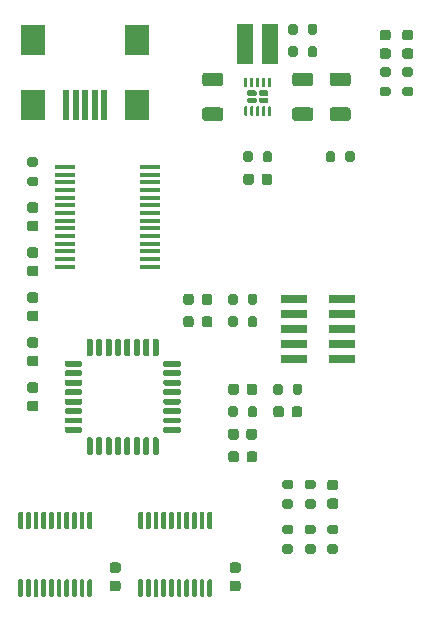
<source format=gbr>
%TF.GenerationSoftware,KiCad,Pcbnew,(5.1.9)-1*%
%TF.CreationDate,2021-05-31T10:48:54+02:00*%
%TF.ProjectId,Programmer,50726f67-7261-46d6-9d65-722e6b696361,v1.0*%
%TF.SameCoordinates,Original*%
%TF.FileFunction,Paste,Top*%
%TF.FilePolarity,Positive*%
%FSLAX46Y46*%
G04 Gerber Fmt 4.6, Leading zero omitted, Abs format (unit mm)*
G04 Created by KiCad (PCBNEW (5.1.9)-1) date 2021-05-31 10:48:54*
%MOMM*%
%LPD*%
G01*
G04 APERTURE LIST*
%ADD10R,2.300000X0.740000*%
%ADD11R,1.350000X3.400000*%
%ADD12R,1.750000X0.450000*%
%ADD13R,2.000000X2.500000*%
%ADD14R,0.500000X2.500000*%
G04 APERTURE END LIST*
%TO.C,C18*%
G36*
G01*
X158765001Y-74030000D02*
X157464999Y-74030000D01*
G75*
G02*
X157215000Y-73780001I0J249999D01*
G01*
X157215000Y-73129999D01*
G75*
G02*
X157464999Y-72880000I249999J0D01*
G01*
X158765001Y-72880000D01*
G75*
G02*
X159015000Y-73129999I0J-249999D01*
G01*
X159015000Y-73780001D01*
G75*
G02*
X158765001Y-74030000I-249999J0D01*
G01*
G37*
G36*
G01*
X158765001Y-76980000D02*
X157464999Y-76980000D01*
G75*
G02*
X157215000Y-76730001I0J249999D01*
G01*
X157215000Y-76079999D01*
G75*
G02*
X157464999Y-75830000I249999J0D01*
G01*
X158765001Y-75830000D01*
G75*
G02*
X159015000Y-76079999I0J-249999D01*
G01*
X159015000Y-76730001D01*
G75*
G02*
X158765001Y-76980000I-249999J0D01*
G01*
G37*
%TD*%
%TO.C,C17*%
G36*
G01*
X155590001Y-74030000D02*
X154289999Y-74030000D01*
G75*
G02*
X154040000Y-73780001I0J249999D01*
G01*
X154040000Y-73129999D01*
G75*
G02*
X154289999Y-72880000I249999J0D01*
G01*
X155590001Y-72880000D01*
G75*
G02*
X155840000Y-73129999I0J-249999D01*
G01*
X155840000Y-73780001D01*
G75*
G02*
X155590001Y-74030000I-249999J0D01*
G01*
G37*
G36*
G01*
X155590001Y-76980000D02*
X154289999Y-76980000D01*
G75*
G02*
X154040000Y-76730001I0J249999D01*
G01*
X154040000Y-76079999D01*
G75*
G02*
X154289999Y-75830000I249999J0D01*
G01*
X155590001Y-75830000D01*
G75*
G02*
X155840000Y-76079999I0J-249999D01*
G01*
X155840000Y-76730001D01*
G75*
G02*
X155590001Y-76980000I-249999J0D01*
G01*
G37*
%TD*%
%TO.C,C15*%
G36*
G01*
X147970001Y-74030000D02*
X146669999Y-74030000D01*
G75*
G02*
X146420000Y-73780001I0J249999D01*
G01*
X146420000Y-73129999D01*
G75*
G02*
X146669999Y-72880000I249999J0D01*
G01*
X147970001Y-72880000D01*
G75*
G02*
X148220000Y-73129999I0J-249999D01*
G01*
X148220000Y-73780001D01*
G75*
G02*
X147970001Y-74030000I-249999J0D01*
G01*
G37*
G36*
G01*
X147970001Y-76980000D02*
X146669999Y-76980000D01*
G75*
G02*
X146420000Y-76730001I0J249999D01*
G01*
X146420000Y-76079999D01*
G75*
G02*
X146669999Y-75830000I249999J0D01*
G01*
X147970001Y-75830000D01*
G75*
G02*
X148220000Y-76079999I0J-249999D01*
G01*
X148220000Y-76730001D01*
G75*
G02*
X147970001Y-76980000I-249999J0D01*
G01*
G37*
%TD*%
%TO.C,R1*%
G36*
G01*
X153245000Y-99420000D02*
X153245000Y-99970000D01*
G75*
G02*
X153045000Y-100170000I-200000J0D01*
G01*
X152645000Y-100170000D01*
G75*
G02*
X152445000Y-99970000I0J200000D01*
G01*
X152445000Y-99420000D01*
G75*
G02*
X152645000Y-99220000I200000J0D01*
G01*
X153045000Y-99220000D01*
G75*
G02*
X153245000Y-99420000I0J-200000D01*
G01*
G37*
G36*
G01*
X154895000Y-99420000D02*
X154895000Y-99970000D01*
G75*
G02*
X154695000Y-100170000I-200000J0D01*
G01*
X154295000Y-100170000D01*
G75*
G02*
X154095000Y-99970000I0J200000D01*
G01*
X154095000Y-99420000D01*
G75*
G02*
X154295000Y-99220000I200000J0D01*
G01*
X154695000Y-99220000D01*
G75*
G02*
X154895000Y-99420000I0J-200000D01*
G01*
G37*
%TD*%
%TO.C,C10*%
G36*
G01*
X150185000Y-99945000D02*
X150185000Y-99445000D01*
G75*
G02*
X150410000Y-99220000I225000J0D01*
G01*
X150860000Y-99220000D01*
G75*
G02*
X151085000Y-99445000I0J-225000D01*
G01*
X151085000Y-99945000D01*
G75*
G02*
X150860000Y-100170000I-225000J0D01*
G01*
X150410000Y-100170000D01*
G75*
G02*
X150185000Y-99945000I0J225000D01*
G01*
G37*
G36*
G01*
X148635000Y-99945000D02*
X148635000Y-99445000D01*
G75*
G02*
X148860000Y-99220000I225000J0D01*
G01*
X149310000Y-99220000D01*
G75*
G02*
X149535000Y-99445000I0J-225000D01*
G01*
X149535000Y-99945000D01*
G75*
G02*
X149310000Y-100170000I-225000J0D01*
G01*
X148860000Y-100170000D01*
G75*
G02*
X148635000Y-99945000I0J225000D01*
G01*
G37*
%TD*%
%TO.C,U2*%
G36*
G01*
X142750000Y-103880000D02*
X142750000Y-105130000D01*
G75*
G02*
X142625000Y-105255000I-125000J0D01*
G01*
X142375000Y-105255000D01*
G75*
G02*
X142250000Y-105130000I0J125000D01*
G01*
X142250000Y-103880000D01*
G75*
G02*
X142375000Y-103755000I125000J0D01*
G01*
X142625000Y-103755000D01*
G75*
G02*
X142750000Y-103880000I0J-125000D01*
G01*
G37*
G36*
G01*
X141950000Y-103880000D02*
X141950000Y-105130000D01*
G75*
G02*
X141825000Y-105255000I-125000J0D01*
G01*
X141575000Y-105255000D01*
G75*
G02*
X141450000Y-105130000I0J125000D01*
G01*
X141450000Y-103880000D01*
G75*
G02*
X141575000Y-103755000I125000J0D01*
G01*
X141825000Y-103755000D01*
G75*
G02*
X141950000Y-103880000I0J-125000D01*
G01*
G37*
G36*
G01*
X141150000Y-103880000D02*
X141150000Y-105130000D01*
G75*
G02*
X141025000Y-105255000I-125000J0D01*
G01*
X140775000Y-105255000D01*
G75*
G02*
X140650000Y-105130000I0J125000D01*
G01*
X140650000Y-103880000D01*
G75*
G02*
X140775000Y-103755000I125000J0D01*
G01*
X141025000Y-103755000D01*
G75*
G02*
X141150000Y-103880000I0J-125000D01*
G01*
G37*
G36*
G01*
X140350000Y-103880000D02*
X140350000Y-105130000D01*
G75*
G02*
X140225000Y-105255000I-125000J0D01*
G01*
X139975000Y-105255000D01*
G75*
G02*
X139850000Y-105130000I0J125000D01*
G01*
X139850000Y-103880000D01*
G75*
G02*
X139975000Y-103755000I125000J0D01*
G01*
X140225000Y-103755000D01*
G75*
G02*
X140350000Y-103880000I0J-125000D01*
G01*
G37*
G36*
G01*
X139550000Y-103880000D02*
X139550000Y-105130000D01*
G75*
G02*
X139425000Y-105255000I-125000J0D01*
G01*
X139175000Y-105255000D01*
G75*
G02*
X139050000Y-105130000I0J125000D01*
G01*
X139050000Y-103880000D01*
G75*
G02*
X139175000Y-103755000I125000J0D01*
G01*
X139425000Y-103755000D01*
G75*
G02*
X139550000Y-103880000I0J-125000D01*
G01*
G37*
G36*
G01*
X138750000Y-103880000D02*
X138750000Y-105130000D01*
G75*
G02*
X138625000Y-105255000I-125000J0D01*
G01*
X138375000Y-105255000D01*
G75*
G02*
X138250000Y-105130000I0J125000D01*
G01*
X138250000Y-103880000D01*
G75*
G02*
X138375000Y-103755000I125000J0D01*
G01*
X138625000Y-103755000D01*
G75*
G02*
X138750000Y-103880000I0J-125000D01*
G01*
G37*
G36*
G01*
X137950000Y-103880000D02*
X137950000Y-105130000D01*
G75*
G02*
X137825000Y-105255000I-125000J0D01*
G01*
X137575000Y-105255000D01*
G75*
G02*
X137450000Y-105130000I0J125000D01*
G01*
X137450000Y-103880000D01*
G75*
G02*
X137575000Y-103755000I125000J0D01*
G01*
X137825000Y-103755000D01*
G75*
G02*
X137950000Y-103880000I0J-125000D01*
G01*
G37*
G36*
G01*
X137150000Y-103880000D02*
X137150000Y-105130000D01*
G75*
G02*
X137025000Y-105255000I-125000J0D01*
G01*
X136775000Y-105255000D01*
G75*
G02*
X136650000Y-105130000I0J125000D01*
G01*
X136650000Y-103880000D01*
G75*
G02*
X136775000Y-103755000I125000J0D01*
G01*
X137025000Y-103755000D01*
G75*
G02*
X137150000Y-103880000I0J-125000D01*
G01*
G37*
G36*
G01*
X136275000Y-103005000D02*
X136275000Y-103255000D01*
G75*
G02*
X136150000Y-103380000I-125000J0D01*
G01*
X134900000Y-103380000D01*
G75*
G02*
X134775000Y-103255000I0J125000D01*
G01*
X134775000Y-103005000D01*
G75*
G02*
X134900000Y-102880000I125000J0D01*
G01*
X136150000Y-102880000D01*
G75*
G02*
X136275000Y-103005000I0J-125000D01*
G01*
G37*
G36*
G01*
X136275000Y-102205000D02*
X136275000Y-102455000D01*
G75*
G02*
X136150000Y-102580000I-125000J0D01*
G01*
X134900000Y-102580000D01*
G75*
G02*
X134775000Y-102455000I0J125000D01*
G01*
X134775000Y-102205000D01*
G75*
G02*
X134900000Y-102080000I125000J0D01*
G01*
X136150000Y-102080000D01*
G75*
G02*
X136275000Y-102205000I0J-125000D01*
G01*
G37*
G36*
G01*
X136275000Y-101405000D02*
X136275000Y-101655000D01*
G75*
G02*
X136150000Y-101780000I-125000J0D01*
G01*
X134900000Y-101780000D01*
G75*
G02*
X134775000Y-101655000I0J125000D01*
G01*
X134775000Y-101405000D01*
G75*
G02*
X134900000Y-101280000I125000J0D01*
G01*
X136150000Y-101280000D01*
G75*
G02*
X136275000Y-101405000I0J-125000D01*
G01*
G37*
G36*
G01*
X136275000Y-100605000D02*
X136275000Y-100855000D01*
G75*
G02*
X136150000Y-100980000I-125000J0D01*
G01*
X134900000Y-100980000D01*
G75*
G02*
X134775000Y-100855000I0J125000D01*
G01*
X134775000Y-100605000D01*
G75*
G02*
X134900000Y-100480000I125000J0D01*
G01*
X136150000Y-100480000D01*
G75*
G02*
X136275000Y-100605000I0J-125000D01*
G01*
G37*
G36*
G01*
X136275000Y-99805000D02*
X136275000Y-100055000D01*
G75*
G02*
X136150000Y-100180000I-125000J0D01*
G01*
X134900000Y-100180000D01*
G75*
G02*
X134775000Y-100055000I0J125000D01*
G01*
X134775000Y-99805000D01*
G75*
G02*
X134900000Y-99680000I125000J0D01*
G01*
X136150000Y-99680000D01*
G75*
G02*
X136275000Y-99805000I0J-125000D01*
G01*
G37*
G36*
G01*
X136275000Y-99005000D02*
X136275000Y-99255000D01*
G75*
G02*
X136150000Y-99380000I-125000J0D01*
G01*
X134900000Y-99380000D01*
G75*
G02*
X134775000Y-99255000I0J125000D01*
G01*
X134775000Y-99005000D01*
G75*
G02*
X134900000Y-98880000I125000J0D01*
G01*
X136150000Y-98880000D01*
G75*
G02*
X136275000Y-99005000I0J-125000D01*
G01*
G37*
G36*
G01*
X136275000Y-98205000D02*
X136275000Y-98455000D01*
G75*
G02*
X136150000Y-98580000I-125000J0D01*
G01*
X134900000Y-98580000D01*
G75*
G02*
X134775000Y-98455000I0J125000D01*
G01*
X134775000Y-98205000D01*
G75*
G02*
X134900000Y-98080000I125000J0D01*
G01*
X136150000Y-98080000D01*
G75*
G02*
X136275000Y-98205000I0J-125000D01*
G01*
G37*
G36*
G01*
X136275000Y-97405000D02*
X136275000Y-97655000D01*
G75*
G02*
X136150000Y-97780000I-125000J0D01*
G01*
X134900000Y-97780000D01*
G75*
G02*
X134775000Y-97655000I0J125000D01*
G01*
X134775000Y-97405000D01*
G75*
G02*
X134900000Y-97280000I125000J0D01*
G01*
X136150000Y-97280000D01*
G75*
G02*
X136275000Y-97405000I0J-125000D01*
G01*
G37*
G36*
G01*
X137150000Y-95530000D02*
X137150000Y-96780000D01*
G75*
G02*
X137025000Y-96905000I-125000J0D01*
G01*
X136775000Y-96905000D01*
G75*
G02*
X136650000Y-96780000I0J125000D01*
G01*
X136650000Y-95530000D01*
G75*
G02*
X136775000Y-95405000I125000J0D01*
G01*
X137025000Y-95405000D01*
G75*
G02*
X137150000Y-95530000I0J-125000D01*
G01*
G37*
G36*
G01*
X137950000Y-95530000D02*
X137950000Y-96780000D01*
G75*
G02*
X137825000Y-96905000I-125000J0D01*
G01*
X137575000Y-96905000D01*
G75*
G02*
X137450000Y-96780000I0J125000D01*
G01*
X137450000Y-95530000D01*
G75*
G02*
X137575000Y-95405000I125000J0D01*
G01*
X137825000Y-95405000D01*
G75*
G02*
X137950000Y-95530000I0J-125000D01*
G01*
G37*
G36*
G01*
X138750000Y-95530000D02*
X138750000Y-96780000D01*
G75*
G02*
X138625000Y-96905000I-125000J0D01*
G01*
X138375000Y-96905000D01*
G75*
G02*
X138250000Y-96780000I0J125000D01*
G01*
X138250000Y-95530000D01*
G75*
G02*
X138375000Y-95405000I125000J0D01*
G01*
X138625000Y-95405000D01*
G75*
G02*
X138750000Y-95530000I0J-125000D01*
G01*
G37*
G36*
G01*
X139550000Y-95530000D02*
X139550000Y-96780000D01*
G75*
G02*
X139425000Y-96905000I-125000J0D01*
G01*
X139175000Y-96905000D01*
G75*
G02*
X139050000Y-96780000I0J125000D01*
G01*
X139050000Y-95530000D01*
G75*
G02*
X139175000Y-95405000I125000J0D01*
G01*
X139425000Y-95405000D01*
G75*
G02*
X139550000Y-95530000I0J-125000D01*
G01*
G37*
G36*
G01*
X140350000Y-95530000D02*
X140350000Y-96780000D01*
G75*
G02*
X140225000Y-96905000I-125000J0D01*
G01*
X139975000Y-96905000D01*
G75*
G02*
X139850000Y-96780000I0J125000D01*
G01*
X139850000Y-95530000D01*
G75*
G02*
X139975000Y-95405000I125000J0D01*
G01*
X140225000Y-95405000D01*
G75*
G02*
X140350000Y-95530000I0J-125000D01*
G01*
G37*
G36*
G01*
X141150000Y-95530000D02*
X141150000Y-96780000D01*
G75*
G02*
X141025000Y-96905000I-125000J0D01*
G01*
X140775000Y-96905000D01*
G75*
G02*
X140650000Y-96780000I0J125000D01*
G01*
X140650000Y-95530000D01*
G75*
G02*
X140775000Y-95405000I125000J0D01*
G01*
X141025000Y-95405000D01*
G75*
G02*
X141150000Y-95530000I0J-125000D01*
G01*
G37*
G36*
G01*
X141950000Y-95530000D02*
X141950000Y-96780000D01*
G75*
G02*
X141825000Y-96905000I-125000J0D01*
G01*
X141575000Y-96905000D01*
G75*
G02*
X141450000Y-96780000I0J125000D01*
G01*
X141450000Y-95530000D01*
G75*
G02*
X141575000Y-95405000I125000J0D01*
G01*
X141825000Y-95405000D01*
G75*
G02*
X141950000Y-95530000I0J-125000D01*
G01*
G37*
G36*
G01*
X142750000Y-95530000D02*
X142750000Y-96780000D01*
G75*
G02*
X142625000Y-96905000I-125000J0D01*
G01*
X142375000Y-96905000D01*
G75*
G02*
X142250000Y-96780000I0J125000D01*
G01*
X142250000Y-95530000D01*
G75*
G02*
X142375000Y-95405000I125000J0D01*
G01*
X142625000Y-95405000D01*
G75*
G02*
X142750000Y-95530000I0J-125000D01*
G01*
G37*
G36*
G01*
X144625000Y-97405000D02*
X144625000Y-97655000D01*
G75*
G02*
X144500000Y-97780000I-125000J0D01*
G01*
X143250000Y-97780000D01*
G75*
G02*
X143125000Y-97655000I0J125000D01*
G01*
X143125000Y-97405000D01*
G75*
G02*
X143250000Y-97280000I125000J0D01*
G01*
X144500000Y-97280000D01*
G75*
G02*
X144625000Y-97405000I0J-125000D01*
G01*
G37*
G36*
G01*
X144625000Y-98205000D02*
X144625000Y-98455000D01*
G75*
G02*
X144500000Y-98580000I-125000J0D01*
G01*
X143250000Y-98580000D01*
G75*
G02*
X143125000Y-98455000I0J125000D01*
G01*
X143125000Y-98205000D01*
G75*
G02*
X143250000Y-98080000I125000J0D01*
G01*
X144500000Y-98080000D01*
G75*
G02*
X144625000Y-98205000I0J-125000D01*
G01*
G37*
G36*
G01*
X144625000Y-99005000D02*
X144625000Y-99255000D01*
G75*
G02*
X144500000Y-99380000I-125000J0D01*
G01*
X143250000Y-99380000D01*
G75*
G02*
X143125000Y-99255000I0J125000D01*
G01*
X143125000Y-99005000D01*
G75*
G02*
X143250000Y-98880000I125000J0D01*
G01*
X144500000Y-98880000D01*
G75*
G02*
X144625000Y-99005000I0J-125000D01*
G01*
G37*
G36*
G01*
X144625000Y-99805000D02*
X144625000Y-100055000D01*
G75*
G02*
X144500000Y-100180000I-125000J0D01*
G01*
X143250000Y-100180000D01*
G75*
G02*
X143125000Y-100055000I0J125000D01*
G01*
X143125000Y-99805000D01*
G75*
G02*
X143250000Y-99680000I125000J0D01*
G01*
X144500000Y-99680000D01*
G75*
G02*
X144625000Y-99805000I0J-125000D01*
G01*
G37*
G36*
G01*
X144625000Y-100605000D02*
X144625000Y-100855000D01*
G75*
G02*
X144500000Y-100980000I-125000J0D01*
G01*
X143250000Y-100980000D01*
G75*
G02*
X143125000Y-100855000I0J125000D01*
G01*
X143125000Y-100605000D01*
G75*
G02*
X143250000Y-100480000I125000J0D01*
G01*
X144500000Y-100480000D01*
G75*
G02*
X144625000Y-100605000I0J-125000D01*
G01*
G37*
G36*
G01*
X144625000Y-101405000D02*
X144625000Y-101655000D01*
G75*
G02*
X144500000Y-101780000I-125000J0D01*
G01*
X143250000Y-101780000D01*
G75*
G02*
X143125000Y-101655000I0J125000D01*
G01*
X143125000Y-101405000D01*
G75*
G02*
X143250000Y-101280000I125000J0D01*
G01*
X144500000Y-101280000D01*
G75*
G02*
X144625000Y-101405000I0J-125000D01*
G01*
G37*
G36*
G01*
X144625000Y-102205000D02*
X144625000Y-102455000D01*
G75*
G02*
X144500000Y-102580000I-125000J0D01*
G01*
X143250000Y-102580000D01*
G75*
G02*
X143125000Y-102455000I0J125000D01*
G01*
X143125000Y-102205000D01*
G75*
G02*
X143250000Y-102080000I125000J0D01*
G01*
X144500000Y-102080000D01*
G75*
G02*
X144625000Y-102205000I0J-125000D01*
G01*
G37*
G36*
G01*
X144625000Y-103005000D02*
X144625000Y-103255000D01*
G75*
G02*
X144500000Y-103380000I-125000J0D01*
G01*
X143250000Y-103380000D01*
G75*
G02*
X143125000Y-103255000I0J125000D01*
G01*
X143125000Y-103005000D01*
G75*
G02*
X143250000Y-102880000I125000J0D01*
G01*
X144500000Y-102880000D01*
G75*
G02*
X144625000Y-103005000I0J-125000D01*
G01*
G37*
%TD*%
D10*
%TO.C,J2*%
X154160000Y-92075000D03*
X158260000Y-92075000D03*
X154160000Y-93345000D03*
X158260000Y-93345000D03*
X154160000Y-94615000D03*
X158260000Y-94615000D03*
X154160000Y-95885000D03*
X158260000Y-95885000D03*
X154160000Y-97155000D03*
X158260000Y-97155000D03*
%TD*%
%TO.C,C6*%
G36*
G01*
X153345000Y-101350000D02*
X153345000Y-101850000D01*
G75*
G02*
X153120000Y-102075000I-225000J0D01*
G01*
X152670000Y-102075000D01*
G75*
G02*
X152445000Y-101850000I0J225000D01*
G01*
X152445000Y-101350000D01*
G75*
G02*
X152670000Y-101125000I225000J0D01*
G01*
X153120000Y-101125000D01*
G75*
G02*
X153345000Y-101350000I0J-225000D01*
G01*
G37*
G36*
G01*
X154895000Y-101350000D02*
X154895000Y-101850000D01*
G75*
G02*
X154670000Y-102075000I-225000J0D01*
G01*
X154220000Y-102075000D01*
G75*
G02*
X153995000Y-101850000I0J225000D01*
G01*
X153995000Y-101350000D01*
G75*
G02*
X154220000Y-101125000I225000J0D01*
G01*
X154670000Y-101125000D01*
G75*
G02*
X154895000Y-101350000I0J-225000D01*
G01*
G37*
%TD*%
%TO.C,C4*%
G36*
G01*
X150185000Y-105660000D02*
X150185000Y-105160000D01*
G75*
G02*
X150410000Y-104935000I225000J0D01*
G01*
X150860000Y-104935000D01*
G75*
G02*
X151085000Y-105160000I0J-225000D01*
G01*
X151085000Y-105660000D01*
G75*
G02*
X150860000Y-105885000I-225000J0D01*
G01*
X150410000Y-105885000D01*
G75*
G02*
X150185000Y-105660000I0J225000D01*
G01*
G37*
G36*
G01*
X148635000Y-105660000D02*
X148635000Y-105160000D01*
G75*
G02*
X148860000Y-104935000I225000J0D01*
G01*
X149310000Y-104935000D01*
G75*
G02*
X149535000Y-105160000I0J-225000D01*
G01*
X149535000Y-105660000D01*
G75*
G02*
X149310000Y-105885000I-225000J0D01*
G01*
X148860000Y-105885000D01*
G75*
G02*
X148635000Y-105660000I0J225000D01*
G01*
G37*
%TD*%
%TO.C,C3*%
G36*
G01*
X131830000Y-100655000D02*
X132330000Y-100655000D01*
G75*
G02*
X132555000Y-100880000I0J-225000D01*
G01*
X132555000Y-101330000D01*
G75*
G02*
X132330000Y-101555000I-225000J0D01*
G01*
X131830000Y-101555000D01*
G75*
G02*
X131605000Y-101330000I0J225000D01*
G01*
X131605000Y-100880000D01*
G75*
G02*
X131830000Y-100655000I225000J0D01*
G01*
G37*
G36*
G01*
X131830000Y-99105000D02*
X132330000Y-99105000D01*
G75*
G02*
X132555000Y-99330000I0J-225000D01*
G01*
X132555000Y-99780000D01*
G75*
G02*
X132330000Y-100005000I-225000J0D01*
G01*
X131830000Y-100005000D01*
G75*
G02*
X131605000Y-99780000I0J225000D01*
G01*
X131605000Y-99330000D01*
G75*
G02*
X131830000Y-99105000I225000J0D01*
G01*
G37*
%TD*%
%TO.C,C2*%
G36*
G01*
X150165000Y-103755000D02*
X150165000Y-103255000D01*
G75*
G02*
X150390000Y-103030000I225000J0D01*
G01*
X150840000Y-103030000D01*
G75*
G02*
X151065000Y-103255000I0J-225000D01*
G01*
X151065000Y-103755000D01*
G75*
G02*
X150840000Y-103980000I-225000J0D01*
G01*
X150390000Y-103980000D01*
G75*
G02*
X150165000Y-103755000I0J225000D01*
G01*
G37*
G36*
G01*
X148615000Y-103755000D02*
X148615000Y-103255000D01*
G75*
G02*
X148840000Y-103030000I225000J0D01*
G01*
X149290000Y-103030000D01*
G75*
G02*
X149515000Y-103255000I0J-225000D01*
G01*
X149515000Y-103755000D01*
G75*
G02*
X149290000Y-103980000I-225000J0D01*
G01*
X148840000Y-103980000D01*
G75*
G02*
X148615000Y-103755000I0J225000D01*
G01*
G37*
%TD*%
%TO.C,C1*%
G36*
G01*
X132330000Y-96195000D02*
X131830000Y-96195000D01*
G75*
G02*
X131605000Y-95970000I0J225000D01*
G01*
X131605000Y-95520000D01*
G75*
G02*
X131830000Y-95295000I225000J0D01*
G01*
X132330000Y-95295000D01*
G75*
G02*
X132555000Y-95520000I0J-225000D01*
G01*
X132555000Y-95970000D01*
G75*
G02*
X132330000Y-96195000I-225000J0D01*
G01*
G37*
G36*
G01*
X132330000Y-97745000D02*
X131830000Y-97745000D01*
G75*
G02*
X131605000Y-97520000I0J225000D01*
G01*
X131605000Y-97070000D01*
G75*
G02*
X131830000Y-96845000I225000J0D01*
G01*
X132330000Y-96845000D01*
G75*
G02*
X132555000Y-97070000I0J-225000D01*
G01*
X132555000Y-97520000D01*
G75*
G02*
X132330000Y-97745000I-225000J0D01*
G01*
G37*
%TD*%
%TO.C,U5*%
G36*
G01*
X150345000Y-74990000D02*
X150915000Y-74990000D01*
G75*
G02*
X151035000Y-75110000I0J-120000D01*
G01*
X151035000Y-75350000D01*
G75*
G02*
X150915000Y-75470000I-120000J0D01*
G01*
X150345000Y-75470000D01*
G75*
G02*
X150225000Y-75350000I0J120000D01*
G01*
X150225000Y-75110000D01*
G75*
G02*
X150345000Y-74990000I120000J0D01*
G01*
G37*
G36*
G01*
X151345000Y-74990000D02*
X151915000Y-74990000D01*
G75*
G02*
X152035000Y-75110000I0J-120000D01*
G01*
X152035000Y-75350000D01*
G75*
G02*
X151915000Y-75470000I-120000J0D01*
G01*
X151345000Y-75470000D01*
G75*
G02*
X151225000Y-75350000I0J120000D01*
G01*
X151225000Y-75110000D01*
G75*
G02*
X151345000Y-74990000I120000J0D01*
G01*
G37*
G36*
G01*
X150345000Y-74390000D02*
X150915000Y-74390000D01*
G75*
G02*
X151035000Y-74510000I0J-120000D01*
G01*
X151035000Y-74750000D01*
G75*
G02*
X150915000Y-74870000I-120000J0D01*
G01*
X150345000Y-74870000D01*
G75*
G02*
X150225000Y-74750000I0J120000D01*
G01*
X150225000Y-74510000D01*
G75*
G02*
X150345000Y-74390000I120000J0D01*
G01*
G37*
G36*
G01*
X151345000Y-74390000D02*
X151915000Y-74390000D01*
G75*
G02*
X152035000Y-74510000I0J-120000D01*
G01*
X152035000Y-74750000D01*
G75*
G02*
X151915000Y-74870000I-120000J0D01*
G01*
X151345000Y-74870000D01*
G75*
G02*
X151225000Y-74750000I0J120000D01*
G01*
X151225000Y-74510000D01*
G75*
G02*
X151345000Y-74390000I120000J0D01*
G01*
G37*
G36*
G01*
X152067500Y-75730000D02*
X152192500Y-75730000D01*
G75*
G02*
X152255000Y-75792500I0J-62500D01*
G01*
X152255000Y-76492500D01*
G75*
G02*
X152192500Y-76555000I-62500J0D01*
G01*
X152067500Y-76555000D01*
G75*
G02*
X152005000Y-76492500I0J62500D01*
G01*
X152005000Y-75792500D01*
G75*
G02*
X152067500Y-75730000I62500J0D01*
G01*
G37*
G36*
G01*
X151567500Y-75730000D02*
X151692500Y-75730000D01*
G75*
G02*
X151755000Y-75792500I0J-62500D01*
G01*
X151755000Y-76492500D01*
G75*
G02*
X151692500Y-76555000I-62500J0D01*
G01*
X151567500Y-76555000D01*
G75*
G02*
X151505000Y-76492500I0J62500D01*
G01*
X151505000Y-75792500D01*
G75*
G02*
X151567500Y-75730000I62500J0D01*
G01*
G37*
G36*
G01*
X151067500Y-75730000D02*
X151192500Y-75730000D01*
G75*
G02*
X151255000Y-75792500I0J-62500D01*
G01*
X151255000Y-76492500D01*
G75*
G02*
X151192500Y-76555000I-62500J0D01*
G01*
X151067500Y-76555000D01*
G75*
G02*
X151005000Y-76492500I0J62500D01*
G01*
X151005000Y-75792500D01*
G75*
G02*
X151067500Y-75730000I62500J0D01*
G01*
G37*
G36*
G01*
X150567500Y-75730000D02*
X150692500Y-75730000D01*
G75*
G02*
X150755000Y-75792500I0J-62500D01*
G01*
X150755000Y-76492500D01*
G75*
G02*
X150692500Y-76555000I-62500J0D01*
G01*
X150567500Y-76555000D01*
G75*
G02*
X150505000Y-76492500I0J62500D01*
G01*
X150505000Y-75792500D01*
G75*
G02*
X150567500Y-75730000I62500J0D01*
G01*
G37*
G36*
G01*
X150067500Y-75730000D02*
X150192500Y-75730000D01*
G75*
G02*
X150255000Y-75792500I0J-62500D01*
G01*
X150255000Y-76492500D01*
G75*
G02*
X150192500Y-76555000I-62500J0D01*
G01*
X150067500Y-76555000D01*
G75*
G02*
X150005000Y-76492500I0J62500D01*
G01*
X150005000Y-75792500D01*
G75*
G02*
X150067500Y-75730000I62500J0D01*
G01*
G37*
G36*
G01*
X150067500Y-73305000D02*
X150192500Y-73305000D01*
G75*
G02*
X150255000Y-73367500I0J-62500D01*
G01*
X150255000Y-74067500D01*
G75*
G02*
X150192500Y-74130000I-62500J0D01*
G01*
X150067500Y-74130000D01*
G75*
G02*
X150005000Y-74067500I0J62500D01*
G01*
X150005000Y-73367500D01*
G75*
G02*
X150067500Y-73305000I62500J0D01*
G01*
G37*
G36*
G01*
X150567500Y-73305000D02*
X150692500Y-73305000D01*
G75*
G02*
X150755000Y-73367500I0J-62500D01*
G01*
X150755000Y-74067500D01*
G75*
G02*
X150692500Y-74130000I-62500J0D01*
G01*
X150567500Y-74130000D01*
G75*
G02*
X150505000Y-74067500I0J62500D01*
G01*
X150505000Y-73367500D01*
G75*
G02*
X150567500Y-73305000I62500J0D01*
G01*
G37*
G36*
G01*
X151067500Y-73305000D02*
X151192500Y-73305000D01*
G75*
G02*
X151255000Y-73367500I0J-62500D01*
G01*
X151255000Y-74067500D01*
G75*
G02*
X151192500Y-74130000I-62500J0D01*
G01*
X151067500Y-74130000D01*
G75*
G02*
X151005000Y-74067500I0J62500D01*
G01*
X151005000Y-73367500D01*
G75*
G02*
X151067500Y-73305000I62500J0D01*
G01*
G37*
G36*
G01*
X151567500Y-73305000D02*
X151692500Y-73305000D01*
G75*
G02*
X151755000Y-73367500I0J-62500D01*
G01*
X151755000Y-74067500D01*
G75*
G02*
X151692500Y-74130000I-62500J0D01*
G01*
X151567500Y-74130000D01*
G75*
G02*
X151505000Y-74067500I0J62500D01*
G01*
X151505000Y-73367500D01*
G75*
G02*
X151567500Y-73305000I62500J0D01*
G01*
G37*
G36*
G01*
X152067500Y-73305000D02*
X152192500Y-73305000D01*
G75*
G02*
X152255000Y-73367500I0J-62500D01*
G01*
X152255000Y-74067500D01*
G75*
G02*
X152192500Y-74130000I-62500J0D01*
G01*
X152067500Y-74130000D01*
G75*
G02*
X152005000Y-74067500I0J62500D01*
G01*
X152005000Y-73367500D01*
G75*
G02*
X152067500Y-73305000I62500J0D01*
G01*
G37*
%TD*%
%TO.C,R16*%
G36*
G01*
X132355000Y-80855000D02*
X131805000Y-80855000D01*
G75*
G02*
X131605000Y-80655000I0J200000D01*
G01*
X131605000Y-80255000D01*
G75*
G02*
X131805000Y-80055000I200000J0D01*
G01*
X132355000Y-80055000D01*
G75*
G02*
X132555000Y-80255000I0J-200000D01*
G01*
X132555000Y-80655000D01*
G75*
G02*
X132355000Y-80855000I-200000J0D01*
G01*
G37*
G36*
G01*
X132355000Y-82505000D02*
X131805000Y-82505000D01*
G75*
G02*
X131605000Y-82305000I0J200000D01*
G01*
X131605000Y-81905000D01*
G75*
G02*
X131805000Y-81705000I200000J0D01*
G01*
X132355000Y-81705000D01*
G75*
G02*
X132555000Y-81905000I0J-200000D01*
G01*
X132555000Y-82305000D01*
G75*
G02*
X132355000Y-82505000I-200000J0D01*
G01*
G37*
%TD*%
%TO.C,R15*%
G36*
G01*
X158540000Y-80285000D02*
X158540000Y-79735000D01*
G75*
G02*
X158740000Y-79535000I200000J0D01*
G01*
X159140000Y-79535000D01*
G75*
G02*
X159340000Y-79735000I0J-200000D01*
G01*
X159340000Y-80285000D01*
G75*
G02*
X159140000Y-80485000I-200000J0D01*
G01*
X158740000Y-80485000D01*
G75*
G02*
X158540000Y-80285000I0J200000D01*
G01*
G37*
G36*
G01*
X156890000Y-80285000D02*
X156890000Y-79735000D01*
G75*
G02*
X157090000Y-79535000I200000J0D01*
G01*
X157490000Y-79535000D01*
G75*
G02*
X157690000Y-79735000I0J-200000D01*
G01*
X157690000Y-80285000D01*
G75*
G02*
X157490000Y-80485000I-200000J0D01*
G01*
X157090000Y-80485000D01*
G75*
G02*
X156890000Y-80285000I0J200000D01*
G01*
G37*
%TD*%
%TO.C,R14*%
G36*
G01*
X155365000Y-69490000D02*
X155365000Y-68940000D01*
G75*
G02*
X155565000Y-68740000I200000J0D01*
G01*
X155965000Y-68740000D01*
G75*
G02*
X156165000Y-68940000I0J-200000D01*
G01*
X156165000Y-69490000D01*
G75*
G02*
X155965000Y-69690000I-200000J0D01*
G01*
X155565000Y-69690000D01*
G75*
G02*
X155365000Y-69490000I0J200000D01*
G01*
G37*
G36*
G01*
X153715000Y-69490000D02*
X153715000Y-68940000D01*
G75*
G02*
X153915000Y-68740000I200000J0D01*
G01*
X154315000Y-68740000D01*
G75*
G02*
X154515000Y-68940000I0J-200000D01*
G01*
X154515000Y-69490000D01*
G75*
G02*
X154315000Y-69690000I-200000J0D01*
G01*
X153915000Y-69690000D01*
G75*
G02*
X153715000Y-69490000I0J200000D01*
G01*
G37*
%TD*%
%TO.C,R13*%
G36*
G01*
X155365000Y-71395000D02*
X155365000Y-70845000D01*
G75*
G02*
X155565000Y-70645000I200000J0D01*
G01*
X155965000Y-70645000D01*
G75*
G02*
X156165000Y-70845000I0J-200000D01*
G01*
X156165000Y-71395000D01*
G75*
G02*
X155965000Y-71595000I-200000J0D01*
G01*
X155565000Y-71595000D01*
G75*
G02*
X155365000Y-71395000I0J200000D01*
G01*
G37*
G36*
G01*
X153715000Y-71395000D02*
X153715000Y-70845000D01*
G75*
G02*
X153915000Y-70645000I200000J0D01*
G01*
X154315000Y-70645000D01*
G75*
G02*
X154515000Y-70845000I0J-200000D01*
G01*
X154515000Y-71395000D01*
G75*
G02*
X154315000Y-71595000I-200000J0D01*
G01*
X153915000Y-71595000D01*
G75*
G02*
X153715000Y-71395000I0J200000D01*
G01*
G37*
%TD*%
%TO.C,R7*%
G36*
G01*
X150705000Y-79735000D02*
X150705000Y-80285000D01*
G75*
G02*
X150505000Y-80485000I-200000J0D01*
G01*
X150105000Y-80485000D01*
G75*
G02*
X149905000Y-80285000I0J200000D01*
G01*
X149905000Y-79735000D01*
G75*
G02*
X150105000Y-79535000I200000J0D01*
G01*
X150505000Y-79535000D01*
G75*
G02*
X150705000Y-79735000I0J-200000D01*
G01*
G37*
G36*
G01*
X152355000Y-79735000D02*
X152355000Y-80285000D01*
G75*
G02*
X152155000Y-80485000I-200000J0D01*
G01*
X151755000Y-80485000D01*
G75*
G02*
X151555000Y-80285000I0J200000D01*
G01*
X151555000Y-79735000D01*
G75*
G02*
X151755000Y-79535000I200000J0D01*
G01*
X152155000Y-79535000D01*
G75*
G02*
X152355000Y-79735000I0J-200000D01*
G01*
G37*
%TD*%
D11*
%TO.C,L1*%
X152205000Y-70485000D03*
X150055000Y-70485000D03*
%TD*%
%TO.C,C16*%
G36*
G01*
X151455000Y-82165000D02*
X151455000Y-81665000D01*
G75*
G02*
X151680000Y-81440000I225000J0D01*
G01*
X152130000Y-81440000D01*
G75*
G02*
X152355000Y-81665000I0J-225000D01*
G01*
X152355000Y-82165000D01*
G75*
G02*
X152130000Y-82390000I-225000J0D01*
G01*
X151680000Y-82390000D01*
G75*
G02*
X151455000Y-82165000I0J225000D01*
G01*
G37*
G36*
G01*
X149905000Y-82165000D02*
X149905000Y-81665000D01*
G75*
G02*
X150130000Y-81440000I225000J0D01*
G01*
X150580000Y-81440000D01*
G75*
G02*
X150805000Y-81665000I0J-225000D01*
G01*
X150805000Y-82165000D01*
G75*
G02*
X150580000Y-82390000I-225000J0D01*
G01*
X150130000Y-82390000D01*
G75*
G02*
X149905000Y-82165000I0J225000D01*
G01*
G37*
%TD*%
%TO.C,C14*%
G36*
G01*
X131830000Y-93035000D02*
X132330000Y-93035000D01*
G75*
G02*
X132555000Y-93260000I0J-225000D01*
G01*
X132555000Y-93710000D01*
G75*
G02*
X132330000Y-93935000I-225000J0D01*
G01*
X131830000Y-93935000D01*
G75*
G02*
X131605000Y-93710000I0J225000D01*
G01*
X131605000Y-93260000D01*
G75*
G02*
X131830000Y-93035000I225000J0D01*
G01*
G37*
G36*
G01*
X131830000Y-91485000D02*
X132330000Y-91485000D01*
G75*
G02*
X132555000Y-91710000I0J-225000D01*
G01*
X132555000Y-92160000D01*
G75*
G02*
X132330000Y-92385000I-225000J0D01*
G01*
X131830000Y-92385000D01*
G75*
G02*
X131605000Y-92160000I0J225000D01*
G01*
X131605000Y-91710000D01*
G75*
G02*
X131830000Y-91485000I225000J0D01*
G01*
G37*
%TD*%
%TO.C,C13*%
G36*
G01*
X132330000Y-88575000D02*
X131830000Y-88575000D01*
G75*
G02*
X131605000Y-88350000I0J225000D01*
G01*
X131605000Y-87900000D01*
G75*
G02*
X131830000Y-87675000I225000J0D01*
G01*
X132330000Y-87675000D01*
G75*
G02*
X132555000Y-87900000I0J-225000D01*
G01*
X132555000Y-88350000D01*
G75*
G02*
X132330000Y-88575000I-225000J0D01*
G01*
G37*
G36*
G01*
X132330000Y-90125000D02*
X131830000Y-90125000D01*
G75*
G02*
X131605000Y-89900000I0J225000D01*
G01*
X131605000Y-89450000D01*
G75*
G02*
X131830000Y-89225000I225000J0D01*
G01*
X132330000Y-89225000D01*
G75*
G02*
X132555000Y-89450000I0J-225000D01*
G01*
X132555000Y-89900000D01*
G75*
G02*
X132330000Y-90125000I-225000J0D01*
G01*
G37*
%TD*%
%TO.C,U4*%
G36*
G01*
X136810000Y-110065000D02*
X137010000Y-110065000D01*
G75*
G02*
X137110000Y-110165000I0J-100000D01*
G01*
X137110000Y-111440000D01*
G75*
G02*
X137010000Y-111540000I-100000J0D01*
G01*
X136810000Y-111540000D01*
G75*
G02*
X136710000Y-111440000I0J100000D01*
G01*
X136710000Y-110165000D01*
G75*
G02*
X136810000Y-110065000I100000J0D01*
G01*
G37*
G36*
G01*
X136160000Y-110065000D02*
X136360000Y-110065000D01*
G75*
G02*
X136460000Y-110165000I0J-100000D01*
G01*
X136460000Y-111440000D01*
G75*
G02*
X136360000Y-111540000I-100000J0D01*
G01*
X136160000Y-111540000D01*
G75*
G02*
X136060000Y-111440000I0J100000D01*
G01*
X136060000Y-110165000D01*
G75*
G02*
X136160000Y-110065000I100000J0D01*
G01*
G37*
G36*
G01*
X135510000Y-110065000D02*
X135710000Y-110065000D01*
G75*
G02*
X135810000Y-110165000I0J-100000D01*
G01*
X135810000Y-111440000D01*
G75*
G02*
X135710000Y-111540000I-100000J0D01*
G01*
X135510000Y-111540000D01*
G75*
G02*
X135410000Y-111440000I0J100000D01*
G01*
X135410000Y-110165000D01*
G75*
G02*
X135510000Y-110065000I100000J0D01*
G01*
G37*
G36*
G01*
X134860000Y-110065000D02*
X135060000Y-110065000D01*
G75*
G02*
X135160000Y-110165000I0J-100000D01*
G01*
X135160000Y-111440000D01*
G75*
G02*
X135060000Y-111540000I-100000J0D01*
G01*
X134860000Y-111540000D01*
G75*
G02*
X134760000Y-111440000I0J100000D01*
G01*
X134760000Y-110165000D01*
G75*
G02*
X134860000Y-110065000I100000J0D01*
G01*
G37*
G36*
G01*
X134210000Y-110065000D02*
X134410000Y-110065000D01*
G75*
G02*
X134510000Y-110165000I0J-100000D01*
G01*
X134510000Y-111440000D01*
G75*
G02*
X134410000Y-111540000I-100000J0D01*
G01*
X134210000Y-111540000D01*
G75*
G02*
X134110000Y-111440000I0J100000D01*
G01*
X134110000Y-110165000D01*
G75*
G02*
X134210000Y-110065000I100000J0D01*
G01*
G37*
G36*
G01*
X133560000Y-110065000D02*
X133760000Y-110065000D01*
G75*
G02*
X133860000Y-110165000I0J-100000D01*
G01*
X133860000Y-111440000D01*
G75*
G02*
X133760000Y-111540000I-100000J0D01*
G01*
X133560000Y-111540000D01*
G75*
G02*
X133460000Y-111440000I0J100000D01*
G01*
X133460000Y-110165000D01*
G75*
G02*
X133560000Y-110065000I100000J0D01*
G01*
G37*
G36*
G01*
X132910000Y-110065000D02*
X133110000Y-110065000D01*
G75*
G02*
X133210000Y-110165000I0J-100000D01*
G01*
X133210000Y-111440000D01*
G75*
G02*
X133110000Y-111540000I-100000J0D01*
G01*
X132910000Y-111540000D01*
G75*
G02*
X132810000Y-111440000I0J100000D01*
G01*
X132810000Y-110165000D01*
G75*
G02*
X132910000Y-110065000I100000J0D01*
G01*
G37*
G36*
G01*
X132260000Y-110065000D02*
X132460000Y-110065000D01*
G75*
G02*
X132560000Y-110165000I0J-100000D01*
G01*
X132560000Y-111440000D01*
G75*
G02*
X132460000Y-111540000I-100000J0D01*
G01*
X132260000Y-111540000D01*
G75*
G02*
X132160000Y-111440000I0J100000D01*
G01*
X132160000Y-110165000D01*
G75*
G02*
X132260000Y-110065000I100000J0D01*
G01*
G37*
G36*
G01*
X131610000Y-110065000D02*
X131810000Y-110065000D01*
G75*
G02*
X131910000Y-110165000I0J-100000D01*
G01*
X131910000Y-111440000D01*
G75*
G02*
X131810000Y-111540000I-100000J0D01*
G01*
X131610000Y-111540000D01*
G75*
G02*
X131510000Y-111440000I0J100000D01*
G01*
X131510000Y-110165000D01*
G75*
G02*
X131610000Y-110065000I100000J0D01*
G01*
G37*
G36*
G01*
X130960000Y-110065000D02*
X131160000Y-110065000D01*
G75*
G02*
X131260000Y-110165000I0J-100000D01*
G01*
X131260000Y-111440000D01*
G75*
G02*
X131160000Y-111540000I-100000J0D01*
G01*
X130960000Y-111540000D01*
G75*
G02*
X130860000Y-111440000I0J100000D01*
G01*
X130860000Y-110165000D01*
G75*
G02*
X130960000Y-110065000I100000J0D01*
G01*
G37*
G36*
G01*
X130960000Y-115790000D02*
X131160000Y-115790000D01*
G75*
G02*
X131260000Y-115890000I0J-100000D01*
G01*
X131260000Y-117165000D01*
G75*
G02*
X131160000Y-117265000I-100000J0D01*
G01*
X130960000Y-117265000D01*
G75*
G02*
X130860000Y-117165000I0J100000D01*
G01*
X130860000Y-115890000D01*
G75*
G02*
X130960000Y-115790000I100000J0D01*
G01*
G37*
G36*
G01*
X131610000Y-115790000D02*
X131810000Y-115790000D01*
G75*
G02*
X131910000Y-115890000I0J-100000D01*
G01*
X131910000Y-117165000D01*
G75*
G02*
X131810000Y-117265000I-100000J0D01*
G01*
X131610000Y-117265000D01*
G75*
G02*
X131510000Y-117165000I0J100000D01*
G01*
X131510000Y-115890000D01*
G75*
G02*
X131610000Y-115790000I100000J0D01*
G01*
G37*
G36*
G01*
X132260000Y-115790000D02*
X132460000Y-115790000D01*
G75*
G02*
X132560000Y-115890000I0J-100000D01*
G01*
X132560000Y-117165000D01*
G75*
G02*
X132460000Y-117265000I-100000J0D01*
G01*
X132260000Y-117265000D01*
G75*
G02*
X132160000Y-117165000I0J100000D01*
G01*
X132160000Y-115890000D01*
G75*
G02*
X132260000Y-115790000I100000J0D01*
G01*
G37*
G36*
G01*
X132910000Y-115790000D02*
X133110000Y-115790000D01*
G75*
G02*
X133210000Y-115890000I0J-100000D01*
G01*
X133210000Y-117165000D01*
G75*
G02*
X133110000Y-117265000I-100000J0D01*
G01*
X132910000Y-117265000D01*
G75*
G02*
X132810000Y-117165000I0J100000D01*
G01*
X132810000Y-115890000D01*
G75*
G02*
X132910000Y-115790000I100000J0D01*
G01*
G37*
G36*
G01*
X133560000Y-115790000D02*
X133760000Y-115790000D01*
G75*
G02*
X133860000Y-115890000I0J-100000D01*
G01*
X133860000Y-117165000D01*
G75*
G02*
X133760000Y-117265000I-100000J0D01*
G01*
X133560000Y-117265000D01*
G75*
G02*
X133460000Y-117165000I0J100000D01*
G01*
X133460000Y-115890000D01*
G75*
G02*
X133560000Y-115790000I100000J0D01*
G01*
G37*
G36*
G01*
X134210000Y-115790000D02*
X134410000Y-115790000D01*
G75*
G02*
X134510000Y-115890000I0J-100000D01*
G01*
X134510000Y-117165000D01*
G75*
G02*
X134410000Y-117265000I-100000J0D01*
G01*
X134210000Y-117265000D01*
G75*
G02*
X134110000Y-117165000I0J100000D01*
G01*
X134110000Y-115890000D01*
G75*
G02*
X134210000Y-115790000I100000J0D01*
G01*
G37*
G36*
G01*
X134860000Y-115790000D02*
X135060000Y-115790000D01*
G75*
G02*
X135160000Y-115890000I0J-100000D01*
G01*
X135160000Y-117165000D01*
G75*
G02*
X135060000Y-117265000I-100000J0D01*
G01*
X134860000Y-117265000D01*
G75*
G02*
X134760000Y-117165000I0J100000D01*
G01*
X134760000Y-115890000D01*
G75*
G02*
X134860000Y-115790000I100000J0D01*
G01*
G37*
G36*
G01*
X135510000Y-115790000D02*
X135710000Y-115790000D01*
G75*
G02*
X135810000Y-115890000I0J-100000D01*
G01*
X135810000Y-117165000D01*
G75*
G02*
X135710000Y-117265000I-100000J0D01*
G01*
X135510000Y-117265000D01*
G75*
G02*
X135410000Y-117165000I0J100000D01*
G01*
X135410000Y-115890000D01*
G75*
G02*
X135510000Y-115790000I100000J0D01*
G01*
G37*
G36*
G01*
X136160000Y-115790000D02*
X136360000Y-115790000D01*
G75*
G02*
X136460000Y-115890000I0J-100000D01*
G01*
X136460000Y-117165000D01*
G75*
G02*
X136360000Y-117265000I-100000J0D01*
G01*
X136160000Y-117265000D01*
G75*
G02*
X136060000Y-117165000I0J100000D01*
G01*
X136060000Y-115890000D01*
G75*
G02*
X136160000Y-115790000I100000J0D01*
G01*
G37*
G36*
G01*
X136810000Y-115790000D02*
X137010000Y-115790000D01*
G75*
G02*
X137110000Y-115890000I0J-100000D01*
G01*
X137110000Y-117165000D01*
G75*
G02*
X137010000Y-117265000I-100000J0D01*
G01*
X136810000Y-117265000D01*
G75*
G02*
X136710000Y-117165000I0J100000D01*
G01*
X136710000Y-115890000D01*
G75*
G02*
X136810000Y-115790000I100000J0D01*
G01*
G37*
%TD*%
%TO.C,U3*%
G36*
G01*
X146970000Y-115790000D02*
X147170000Y-115790000D01*
G75*
G02*
X147270000Y-115890000I0J-100000D01*
G01*
X147270000Y-117165000D01*
G75*
G02*
X147170000Y-117265000I-100000J0D01*
G01*
X146970000Y-117265000D01*
G75*
G02*
X146870000Y-117165000I0J100000D01*
G01*
X146870000Y-115890000D01*
G75*
G02*
X146970000Y-115790000I100000J0D01*
G01*
G37*
G36*
G01*
X146320000Y-115790000D02*
X146520000Y-115790000D01*
G75*
G02*
X146620000Y-115890000I0J-100000D01*
G01*
X146620000Y-117165000D01*
G75*
G02*
X146520000Y-117265000I-100000J0D01*
G01*
X146320000Y-117265000D01*
G75*
G02*
X146220000Y-117165000I0J100000D01*
G01*
X146220000Y-115890000D01*
G75*
G02*
X146320000Y-115790000I100000J0D01*
G01*
G37*
G36*
G01*
X145670000Y-115790000D02*
X145870000Y-115790000D01*
G75*
G02*
X145970000Y-115890000I0J-100000D01*
G01*
X145970000Y-117165000D01*
G75*
G02*
X145870000Y-117265000I-100000J0D01*
G01*
X145670000Y-117265000D01*
G75*
G02*
X145570000Y-117165000I0J100000D01*
G01*
X145570000Y-115890000D01*
G75*
G02*
X145670000Y-115790000I100000J0D01*
G01*
G37*
G36*
G01*
X145020000Y-115790000D02*
X145220000Y-115790000D01*
G75*
G02*
X145320000Y-115890000I0J-100000D01*
G01*
X145320000Y-117165000D01*
G75*
G02*
X145220000Y-117265000I-100000J0D01*
G01*
X145020000Y-117265000D01*
G75*
G02*
X144920000Y-117165000I0J100000D01*
G01*
X144920000Y-115890000D01*
G75*
G02*
X145020000Y-115790000I100000J0D01*
G01*
G37*
G36*
G01*
X144370000Y-115790000D02*
X144570000Y-115790000D01*
G75*
G02*
X144670000Y-115890000I0J-100000D01*
G01*
X144670000Y-117165000D01*
G75*
G02*
X144570000Y-117265000I-100000J0D01*
G01*
X144370000Y-117265000D01*
G75*
G02*
X144270000Y-117165000I0J100000D01*
G01*
X144270000Y-115890000D01*
G75*
G02*
X144370000Y-115790000I100000J0D01*
G01*
G37*
G36*
G01*
X143720000Y-115790000D02*
X143920000Y-115790000D01*
G75*
G02*
X144020000Y-115890000I0J-100000D01*
G01*
X144020000Y-117165000D01*
G75*
G02*
X143920000Y-117265000I-100000J0D01*
G01*
X143720000Y-117265000D01*
G75*
G02*
X143620000Y-117165000I0J100000D01*
G01*
X143620000Y-115890000D01*
G75*
G02*
X143720000Y-115790000I100000J0D01*
G01*
G37*
G36*
G01*
X143070000Y-115790000D02*
X143270000Y-115790000D01*
G75*
G02*
X143370000Y-115890000I0J-100000D01*
G01*
X143370000Y-117165000D01*
G75*
G02*
X143270000Y-117265000I-100000J0D01*
G01*
X143070000Y-117265000D01*
G75*
G02*
X142970000Y-117165000I0J100000D01*
G01*
X142970000Y-115890000D01*
G75*
G02*
X143070000Y-115790000I100000J0D01*
G01*
G37*
G36*
G01*
X142420000Y-115790000D02*
X142620000Y-115790000D01*
G75*
G02*
X142720000Y-115890000I0J-100000D01*
G01*
X142720000Y-117165000D01*
G75*
G02*
X142620000Y-117265000I-100000J0D01*
G01*
X142420000Y-117265000D01*
G75*
G02*
X142320000Y-117165000I0J100000D01*
G01*
X142320000Y-115890000D01*
G75*
G02*
X142420000Y-115790000I100000J0D01*
G01*
G37*
G36*
G01*
X141770000Y-115790000D02*
X141970000Y-115790000D01*
G75*
G02*
X142070000Y-115890000I0J-100000D01*
G01*
X142070000Y-117165000D01*
G75*
G02*
X141970000Y-117265000I-100000J0D01*
G01*
X141770000Y-117265000D01*
G75*
G02*
X141670000Y-117165000I0J100000D01*
G01*
X141670000Y-115890000D01*
G75*
G02*
X141770000Y-115790000I100000J0D01*
G01*
G37*
G36*
G01*
X141120000Y-115790000D02*
X141320000Y-115790000D01*
G75*
G02*
X141420000Y-115890000I0J-100000D01*
G01*
X141420000Y-117165000D01*
G75*
G02*
X141320000Y-117265000I-100000J0D01*
G01*
X141120000Y-117265000D01*
G75*
G02*
X141020000Y-117165000I0J100000D01*
G01*
X141020000Y-115890000D01*
G75*
G02*
X141120000Y-115790000I100000J0D01*
G01*
G37*
G36*
G01*
X141120000Y-110065000D02*
X141320000Y-110065000D01*
G75*
G02*
X141420000Y-110165000I0J-100000D01*
G01*
X141420000Y-111440000D01*
G75*
G02*
X141320000Y-111540000I-100000J0D01*
G01*
X141120000Y-111540000D01*
G75*
G02*
X141020000Y-111440000I0J100000D01*
G01*
X141020000Y-110165000D01*
G75*
G02*
X141120000Y-110065000I100000J0D01*
G01*
G37*
G36*
G01*
X141770000Y-110065000D02*
X141970000Y-110065000D01*
G75*
G02*
X142070000Y-110165000I0J-100000D01*
G01*
X142070000Y-111440000D01*
G75*
G02*
X141970000Y-111540000I-100000J0D01*
G01*
X141770000Y-111540000D01*
G75*
G02*
X141670000Y-111440000I0J100000D01*
G01*
X141670000Y-110165000D01*
G75*
G02*
X141770000Y-110065000I100000J0D01*
G01*
G37*
G36*
G01*
X142420000Y-110065000D02*
X142620000Y-110065000D01*
G75*
G02*
X142720000Y-110165000I0J-100000D01*
G01*
X142720000Y-111440000D01*
G75*
G02*
X142620000Y-111540000I-100000J0D01*
G01*
X142420000Y-111540000D01*
G75*
G02*
X142320000Y-111440000I0J100000D01*
G01*
X142320000Y-110165000D01*
G75*
G02*
X142420000Y-110065000I100000J0D01*
G01*
G37*
G36*
G01*
X143070000Y-110065000D02*
X143270000Y-110065000D01*
G75*
G02*
X143370000Y-110165000I0J-100000D01*
G01*
X143370000Y-111440000D01*
G75*
G02*
X143270000Y-111540000I-100000J0D01*
G01*
X143070000Y-111540000D01*
G75*
G02*
X142970000Y-111440000I0J100000D01*
G01*
X142970000Y-110165000D01*
G75*
G02*
X143070000Y-110065000I100000J0D01*
G01*
G37*
G36*
G01*
X143720000Y-110065000D02*
X143920000Y-110065000D01*
G75*
G02*
X144020000Y-110165000I0J-100000D01*
G01*
X144020000Y-111440000D01*
G75*
G02*
X143920000Y-111540000I-100000J0D01*
G01*
X143720000Y-111540000D01*
G75*
G02*
X143620000Y-111440000I0J100000D01*
G01*
X143620000Y-110165000D01*
G75*
G02*
X143720000Y-110065000I100000J0D01*
G01*
G37*
G36*
G01*
X144370000Y-110065000D02*
X144570000Y-110065000D01*
G75*
G02*
X144670000Y-110165000I0J-100000D01*
G01*
X144670000Y-111440000D01*
G75*
G02*
X144570000Y-111540000I-100000J0D01*
G01*
X144370000Y-111540000D01*
G75*
G02*
X144270000Y-111440000I0J100000D01*
G01*
X144270000Y-110165000D01*
G75*
G02*
X144370000Y-110065000I100000J0D01*
G01*
G37*
G36*
G01*
X145020000Y-110065000D02*
X145220000Y-110065000D01*
G75*
G02*
X145320000Y-110165000I0J-100000D01*
G01*
X145320000Y-111440000D01*
G75*
G02*
X145220000Y-111540000I-100000J0D01*
G01*
X145020000Y-111540000D01*
G75*
G02*
X144920000Y-111440000I0J100000D01*
G01*
X144920000Y-110165000D01*
G75*
G02*
X145020000Y-110065000I100000J0D01*
G01*
G37*
G36*
G01*
X145670000Y-110065000D02*
X145870000Y-110065000D01*
G75*
G02*
X145970000Y-110165000I0J-100000D01*
G01*
X145970000Y-111440000D01*
G75*
G02*
X145870000Y-111540000I-100000J0D01*
G01*
X145670000Y-111540000D01*
G75*
G02*
X145570000Y-111440000I0J100000D01*
G01*
X145570000Y-110165000D01*
G75*
G02*
X145670000Y-110065000I100000J0D01*
G01*
G37*
G36*
G01*
X146320000Y-110065000D02*
X146520000Y-110065000D01*
G75*
G02*
X146620000Y-110165000I0J-100000D01*
G01*
X146620000Y-111440000D01*
G75*
G02*
X146520000Y-111540000I-100000J0D01*
G01*
X146320000Y-111540000D01*
G75*
G02*
X146220000Y-111440000I0J100000D01*
G01*
X146220000Y-110165000D01*
G75*
G02*
X146320000Y-110065000I100000J0D01*
G01*
G37*
G36*
G01*
X146970000Y-110065000D02*
X147170000Y-110065000D01*
G75*
G02*
X147270000Y-110165000I0J-100000D01*
G01*
X147270000Y-111440000D01*
G75*
G02*
X147170000Y-111540000I-100000J0D01*
G01*
X146970000Y-111540000D01*
G75*
G02*
X146870000Y-111440000I0J100000D01*
G01*
X146870000Y-110165000D01*
G75*
G02*
X146970000Y-110065000I100000J0D01*
G01*
G37*
%TD*%
D12*
%TO.C,U1*%
X142030000Y-89315000D03*
X142030000Y-88665000D03*
X142030000Y-88015000D03*
X142030000Y-87365000D03*
X142030000Y-86715000D03*
X142030000Y-86065000D03*
X142030000Y-85415000D03*
X142030000Y-84765000D03*
X142030000Y-84115000D03*
X142030000Y-83465000D03*
X142030000Y-82815000D03*
X142030000Y-82165000D03*
X142030000Y-81515000D03*
X142030000Y-80865000D03*
X134830000Y-80865000D03*
X134830000Y-81515000D03*
X134830000Y-82165000D03*
X134830000Y-82815000D03*
X134830000Y-83465000D03*
X134830000Y-84115000D03*
X134830000Y-84765000D03*
X134830000Y-85415000D03*
X134830000Y-86065000D03*
X134830000Y-86715000D03*
X134830000Y-87365000D03*
X134830000Y-88015000D03*
X134830000Y-88665000D03*
X134830000Y-89315000D03*
%TD*%
%TO.C,R11*%
G36*
G01*
X157755000Y-111970000D02*
X157205000Y-111970000D01*
G75*
G02*
X157005000Y-111770000I0J200000D01*
G01*
X157005000Y-111370000D01*
G75*
G02*
X157205000Y-111170000I200000J0D01*
G01*
X157755000Y-111170000D01*
G75*
G02*
X157955000Y-111370000I0J-200000D01*
G01*
X157955000Y-111770000D01*
G75*
G02*
X157755000Y-111970000I-200000J0D01*
G01*
G37*
G36*
G01*
X157755000Y-113620000D02*
X157205000Y-113620000D01*
G75*
G02*
X157005000Y-113420000I0J200000D01*
G01*
X157005000Y-113020000D01*
G75*
G02*
X157205000Y-112820000I200000J0D01*
G01*
X157755000Y-112820000D01*
G75*
G02*
X157955000Y-113020000I0J-200000D01*
G01*
X157955000Y-113420000D01*
G75*
G02*
X157755000Y-113620000I-200000J0D01*
G01*
G37*
%TD*%
%TO.C,R10*%
G36*
G01*
X155850000Y-108160000D02*
X155300000Y-108160000D01*
G75*
G02*
X155100000Y-107960000I0J200000D01*
G01*
X155100000Y-107560000D01*
G75*
G02*
X155300000Y-107360000I200000J0D01*
G01*
X155850000Y-107360000D01*
G75*
G02*
X156050000Y-107560000I0J-200000D01*
G01*
X156050000Y-107960000D01*
G75*
G02*
X155850000Y-108160000I-200000J0D01*
G01*
G37*
G36*
G01*
X155850000Y-109810000D02*
X155300000Y-109810000D01*
G75*
G02*
X155100000Y-109610000I0J200000D01*
G01*
X155100000Y-109210000D01*
G75*
G02*
X155300000Y-109010000I200000J0D01*
G01*
X155850000Y-109010000D01*
G75*
G02*
X156050000Y-109210000I0J-200000D01*
G01*
X156050000Y-109610000D01*
G75*
G02*
X155850000Y-109810000I-200000J0D01*
G01*
G37*
%TD*%
%TO.C,R9*%
G36*
G01*
X153945000Y-108160000D02*
X153395000Y-108160000D01*
G75*
G02*
X153195000Y-107960000I0J200000D01*
G01*
X153195000Y-107560000D01*
G75*
G02*
X153395000Y-107360000I200000J0D01*
G01*
X153945000Y-107360000D01*
G75*
G02*
X154145000Y-107560000I0J-200000D01*
G01*
X154145000Y-107960000D01*
G75*
G02*
X153945000Y-108160000I-200000J0D01*
G01*
G37*
G36*
G01*
X153945000Y-109810000D02*
X153395000Y-109810000D01*
G75*
G02*
X153195000Y-109610000I0J200000D01*
G01*
X153195000Y-109210000D01*
G75*
G02*
X153395000Y-109010000I200000J0D01*
G01*
X153945000Y-109010000D01*
G75*
G02*
X154145000Y-109210000I0J-200000D01*
G01*
X154145000Y-109610000D01*
G75*
G02*
X153945000Y-109810000I-200000J0D01*
G01*
G37*
%TD*%
%TO.C,R8*%
G36*
G01*
X153945000Y-111970000D02*
X153395000Y-111970000D01*
G75*
G02*
X153195000Y-111770000I0J200000D01*
G01*
X153195000Y-111370000D01*
G75*
G02*
X153395000Y-111170000I200000J0D01*
G01*
X153945000Y-111170000D01*
G75*
G02*
X154145000Y-111370000I0J-200000D01*
G01*
X154145000Y-111770000D01*
G75*
G02*
X153945000Y-111970000I-200000J0D01*
G01*
G37*
G36*
G01*
X153945000Y-113620000D02*
X153395000Y-113620000D01*
G75*
G02*
X153195000Y-113420000I0J200000D01*
G01*
X153195000Y-113020000D01*
G75*
G02*
X153395000Y-112820000I200000J0D01*
G01*
X153945000Y-112820000D01*
G75*
G02*
X154145000Y-113020000I0J-200000D01*
G01*
X154145000Y-113420000D01*
G75*
G02*
X153945000Y-113620000I-200000J0D01*
G01*
G37*
%TD*%
%TO.C,R6*%
G36*
G01*
X162200000Y-73235000D02*
X161650000Y-73235000D01*
G75*
G02*
X161450000Y-73035000I0J200000D01*
G01*
X161450000Y-72635000D01*
G75*
G02*
X161650000Y-72435000I200000J0D01*
G01*
X162200000Y-72435000D01*
G75*
G02*
X162400000Y-72635000I0J-200000D01*
G01*
X162400000Y-73035000D01*
G75*
G02*
X162200000Y-73235000I-200000J0D01*
G01*
G37*
G36*
G01*
X162200000Y-74885000D02*
X161650000Y-74885000D01*
G75*
G02*
X161450000Y-74685000I0J200000D01*
G01*
X161450000Y-74285000D01*
G75*
G02*
X161650000Y-74085000I200000J0D01*
G01*
X162200000Y-74085000D01*
G75*
G02*
X162400000Y-74285000I0J-200000D01*
G01*
X162400000Y-74685000D01*
G75*
G02*
X162200000Y-74885000I-200000J0D01*
G01*
G37*
%TD*%
%TO.C,R5*%
G36*
G01*
X164105000Y-73235000D02*
X163555000Y-73235000D01*
G75*
G02*
X163355000Y-73035000I0J200000D01*
G01*
X163355000Y-72635000D01*
G75*
G02*
X163555000Y-72435000I200000J0D01*
G01*
X164105000Y-72435000D01*
G75*
G02*
X164305000Y-72635000I0J-200000D01*
G01*
X164305000Y-73035000D01*
G75*
G02*
X164105000Y-73235000I-200000J0D01*
G01*
G37*
G36*
G01*
X164105000Y-74885000D02*
X163555000Y-74885000D01*
G75*
G02*
X163355000Y-74685000I0J200000D01*
G01*
X163355000Y-74285000D01*
G75*
G02*
X163555000Y-74085000I200000J0D01*
G01*
X164105000Y-74085000D01*
G75*
G02*
X164305000Y-74285000I0J-200000D01*
G01*
X164305000Y-74685000D01*
G75*
G02*
X164105000Y-74885000I-200000J0D01*
G01*
G37*
%TD*%
%TO.C,R4*%
G36*
G01*
X150285000Y-101875000D02*
X150285000Y-101325000D01*
G75*
G02*
X150485000Y-101125000I200000J0D01*
G01*
X150885000Y-101125000D01*
G75*
G02*
X151085000Y-101325000I0J-200000D01*
G01*
X151085000Y-101875000D01*
G75*
G02*
X150885000Y-102075000I-200000J0D01*
G01*
X150485000Y-102075000D01*
G75*
G02*
X150285000Y-101875000I0J200000D01*
G01*
G37*
G36*
G01*
X148635000Y-101875000D02*
X148635000Y-101325000D01*
G75*
G02*
X148835000Y-101125000I200000J0D01*
G01*
X149235000Y-101125000D01*
G75*
G02*
X149435000Y-101325000I0J-200000D01*
G01*
X149435000Y-101875000D01*
G75*
G02*
X149235000Y-102075000I-200000J0D01*
G01*
X148835000Y-102075000D01*
G75*
G02*
X148635000Y-101875000I0J200000D01*
G01*
G37*
%TD*%
%TO.C,R3*%
G36*
G01*
X149435000Y-91800000D02*
X149435000Y-92350000D01*
G75*
G02*
X149235000Y-92550000I-200000J0D01*
G01*
X148835000Y-92550000D01*
G75*
G02*
X148635000Y-92350000I0J200000D01*
G01*
X148635000Y-91800000D01*
G75*
G02*
X148835000Y-91600000I200000J0D01*
G01*
X149235000Y-91600000D01*
G75*
G02*
X149435000Y-91800000I0J-200000D01*
G01*
G37*
G36*
G01*
X151085000Y-91800000D02*
X151085000Y-92350000D01*
G75*
G02*
X150885000Y-92550000I-200000J0D01*
G01*
X150485000Y-92550000D01*
G75*
G02*
X150285000Y-92350000I0J200000D01*
G01*
X150285000Y-91800000D01*
G75*
G02*
X150485000Y-91600000I200000J0D01*
G01*
X150885000Y-91600000D01*
G75*
G02*
X151085000Y-91800000I0J-200000D01*
G01*
G37*
%TD*%
%TO.C,R2*%
G36*
G01*
X149435000Y-93705000D02*
X149435000Y-94255000D01*
G75*
G02*
X149235000Y-94455000I-200000J0D01*
G01*
X148835000Y-94455000D01*
G75*
G02*
X148635000Y-94255000I0J200000D01*
G01*
X148635000Y-93705000D01*
G75*
G02*
X148835000Y-93505000I200000J0D01*
G01*
X149235000Y-93505000D01*
G75*
G02*
X149435000Y-93705000I0J-200000D01*
G01*
G37*
G36*
G01*
X151085000Y-93705000D02*
X151085000Y-94255000D01*
G75*
G02*
X150885000Y-94455000I-200000J0D01*
G01*
X150485000Y-94455000D01*
G75*
G02*
X150285000Y-94255000I0J200000D01*
G01*
X150285000Y-93705000D01*
G75*
G02*
X150485000Y-93505000I200000J0D01*
G01*
X150885000Y-93505000D01*
G75*
G02*
X151085000Y-93705000I0J-200000D01*
G01*
G37*
%TD*%
D13*
%TO.C,J1*%
X140925000Y-70125000D03*
X132125000Y-70125000D03*
X140925000Y-75625000D03*
X132125000Y-75625000D03*
D14*
X138125000Y-75625000D03*
X137325000Y-75625000D03*
X136525000Y-75625000D03*
X135725000Y-75625000D03*
X134925000Y-75625000D03*
%TD*%
%TO.C,D6*%
G36*
G01*
X157223750Y-108935000D02*
X157736250Y-108935000D01*
G75*
G02*
X157955000Y-109153750I0J-218750D01*
G01*
X157955000Y-109591250D01*
G75*
G02*
X157736250Y-109810000I-218750J0D01*
G01*
X157223750Y-109810000D01*
G75*
G02*
X157005000Y-109591250I0J218750D01*
G01*
X157005000Y-109153750D01*
G75*
G02*
X157223750Y-108935000I218750J0D01*
G01*
G37*
G36*
G01*
X157223750Y-107360000D02*
X157736250Y-107360000D01*
G75*
G02*
X157955000Y-107578750I0J-218750D01*
G01*
X157955000Y-108016250D01*
G75*
G02*
X157736250Y-108235000I-218750J0D01*
G01*
X157223750Y-108235000D01*
G75*
G02*
X157005000Y-108016250I0J218750D01*
G01*
X157005000Y-107578750D01*
G75*
G02*
X157223750Y-107360000I218750J0D01*
G01*
G37*
%TD*%
%TO.C,D4*%
G36*
G01*
X161668750Y-70835000D02*
X162181250Y-70835000D01*
G75*
G02*
X162400000Y-71053750I0J-218750D01*
G01*
X162400000Y-71491250D01*
G75*
G02*
X162181250Y-71710000I-218750J0D01*
G01*
X161668750Y-71710000D01*
G75*
G02*
X161450000Y-71491250I0J218750D01*
G01*
X161450000Y-71053750D01*
G75*
G02*
X161668750Y-70835000I218750J0D01*
G01*
G37*
G36*
G01*
X161668750Y-69260000D02*
X162181250Y-69260000D01*
G75*
G02*
X162400000Y-69478750I0J-218750D01*
G01*
X162400000Y-69916250D01*
G75*
G02*
X162181250Y-70135000I-218750J0D01*
G01*
X161668750Y-70135000D01*
G75*
G02*
X161450000Y-69916250I0J218750D01*
G01*
X161450000Y-69478750D01*
G75*
G02*
X161668750Y-69260000I218750J0D01*
G01*
G37*
%TD*%
%TO.C,D3*%
G36*
G01*
X163573750Y-70835000D02*
X164086250Y-70835000D01*
G75*
G02*
X164305000Y-71053750I0J-218750D01*
G01*
X164305000Y-71491250D01*
G75*
G02*
X164086250Y-71710000I-218750J0D01*
G01*
X163573750Y-71710000D01*
G75*
G02*
X163355000Y-71491250I0J218750D01*
G01*
X163355000Y-71053750D01*
G75*
G02*
X163573750Y-70835000I218750J0D01*
G01*
G37*
G36*
G01*
X163573750Y-69260000D02*
X164086250Y-69260000D01*
G75*
G02*
X164305000Y-69478750I0J-218750D01*
G01*
X164305000Y-69916250D01*
G75*
G02*
X164086250Y-70135000I-218750J0D01*
G01*
X163573750Y-70135000D01*
G75*
G02*
X163355000Y-69916250I0J218750D01*
G01*
X163355000Y-69478750D01*
G75*
G02*
X163573750Y-69260000I218750J0D01*
G01*
G37*
%TD*%
%TO.C,D2*%
G36*
G01*
X146400000Y-92331250D02*
X146400000Y-91818750D01*
G75*
G02*
X146618750Y-91600000I218750J0D01*
G01*
X147056250Y-91600000D01*
G75*
G02*
X147275000Y-91818750I0J-218750D01*
G01*
X147275000Y-92331250D01*
G75*
G02*
X147056250Y-92550000I-218750J0D01*
G01*
X146618750Y-92550000D01*
G75*
G02*
X146400000Y-92331250I0J218750D01*
G01*
G37*
G36*
G01*
X144825000Y-92331250D02*
X144825000Y-91818750D01*
G75*
G02*
X145043750Y-91600000I218750J0D01*
G01*
X145481250Y-91600000D01*
G75*
G02*
X145700000Y-91818750I0J-218750D01*
G01*
X145700000Y-92331250D01*
G75*
G02*
X145481250Y-92550000I-218750J0D01*
G01*
X145043750Y-92550000D01*
G75*
G02*
X144825000Y-92331250I0J218750D01*
G01*
G37*
%TD*%
%TO.C,D1*%
G36*
G01*
X146400000Y-94236250D02*
X146400000Y-93723750D01*
G75*
G02*
X146618750Y-93505000I218750J0D01*
G01*
X147056250Y-93505000D01*
G75*
G02*
X147275000Y-93723750I0J-218750D01*
G01*
X147275000Y-94236250D01*
G75*
G02*
X147056250Y-94455000I-218750J0D01*
G01*
X146618750Y-94455000D01*
G75*
G02*
X146400000Y-94236250I0J218750D01*
G01*
G37*
G36*
G01*
X144825000Y-94236250D02*
X144825000Y-93723750D01*
G75*
G02*
X145043750Y-93505000I218750J0D01*
G01*
X145481250Y-93505000D01*
G75*
G02*
X145700000Y-93723750I0J-218750D01*
G01*
X145700000Y-94236250D01*
G75*
G02*
X145481250Y-94455000I-218750J0D01*
G01*
X145043750Y-94455000D01*
G75*
G02*
X144825000Y-94236250I0J218750D01*
G01*
G37*
%TD*%
%TO.C,C12*%
G36*
G01*
X138815000Y-115895000D02*
X139315000Y-115895000D01*
G75*
G02*
X139540000Y-116120000I0J-225000D01*
G01*
X139540000Y-116570000D01*
G75*
G02*
X139315000Y-116795000I-225000J0D01*
G01*
X138815000Y-116795000D01*
G75*
G02*
X138590000Y-116570000I0J225000D01*
G01*
X138590000Y-116120000D01*
G75*
G02*
X138815000Y-115895000I225000J0D01*
G01*
G37*
G36*
G01*
X138815000Y-114345000D02*
X139315000Y-114345000D01*
G75*
G02*
X139540000Y-114570000I0J-225000D01*
G01*
X139540000Y-115020000D01*
G75*
G02*
X139315000Y-115245000I-225000J0D01*
G01*
X138815000Y-115245000D01*
G75*
G02*
X138590000Y-115020000I0J225000D01*
G01*
X138590000Y-114570000D01*
G75*
G02*
X138815000Y-114345000I225000J0D01*
G01*
G37*
%TD*%
%TO.C,C11*%
G36*
G01*
X148975000Y-115895000D02*
X149475000Y-115895000D01*
G75*
G02*
X149700000Y-116120000I0J-225000D01*
G01*
X149700000Y-116570000D01*
G75*
G02*
X149475000Y-116795000I-225000J0D01*
G01*
X148975000Y-116795000D01*
G75*
G02*
X148750000Y-116570000I0J225000D01*
G01*
X148750000Y-116120000D01*
G75*
G02*
X148975000Y-115895000I225000J0D01*
G01*
G37*
G36*
G01*
X148975000Y-114345000D02*
X149475000Y-114345000D01*
G75*
G02*
X149700000Y-114570000I0J-225000D01*
G01*
X149700000Y-115020000D01*
G75*
G02*
X149475000Y-115245000I-225000J0D01*
G01*
X148975000Y-115245000D01*
G75*
G02*
X148750000Y-115020000I0J225000D01*
G01*
X148750000Y-114570000D01*
G75*
G02*
X148975000Y-114345000I225000J0D01*
G01*
G37*
%TD*%
%TO.C,C5*%
G36*
G01*
X131830000Y-85415000D02*
X132330000Y-85415000D01*
G75*
G02*
X132555000Y-85640000I0J-225000D01*
G01*
X132555000Y-86090000D01*
G75*
G02*
X132330000Y-86315000I-225000J0D01*
G01*
X131830000Y-86315000D01*
G75*
G02*
X131605000Y-86090000I0J225000D01*
G01*
X131605000Y-85640000D01*
G75*
G02*
X131830000Y-85415000I225000J0D01*
G01*
G37*
G36*
G01*
X131830000Y-83865000D02*
X132330000Y-83865000D01*
G75*
G02*
X132555000Y-84090000I0J-225000D01*
G01*
X132555000Y-84540000D01*
G75*
G02*
X132330000Y-84765000I-225000J0D01*
G01*
X131830000Y-84765000D01*
G75*
G02*
X131605000Y-84540000I0J225000D01*
G01*
X131605000Y-84090000D01*
G75*
G02*
X131830000Y-83865000I225000J0D01*
G01*
G37*
%TD*%
%TO.C,R12*%
G36*
G01*
X155850000Y-111970000D02*
X155300000Y-111970000D01*
G75*
G02*
X155100000Y-111770000I0J200000D01*
G01*
X155100000Y-111370000D01*
G75*
G02*
X155300000Y-111170000I200000J0D01*
G01*
X155850000Y-111170000D01*
G75*
G02*
X156050000Y-111370000I0J-200000D01*
G01*
X156050000Y-111770000D01*
G75*
G02*
X155850000Y-111970000I-200000J0D01*
G01*
G37*
G36*
G01*
X155850000Y-113620000D02*
X155300000Y-113620000D01*
G75*
G02*
X155100000Y-113420000I0J200000D01*
G01*
X155100000Y-113020000D01*
G75*
G02*
X155300000Y-112820000I200000J0D01*
G01*
X155850000Y-112820000D01*
G75*
G02*
X156050000Y-113020000I0J-200000D01*
G01*
X156050000Y-113420000D01*
G75*
G02*
X155850000Y-113620000I-200000J0D01*
G01*
G37*
%TD*%
M02*

</source>
